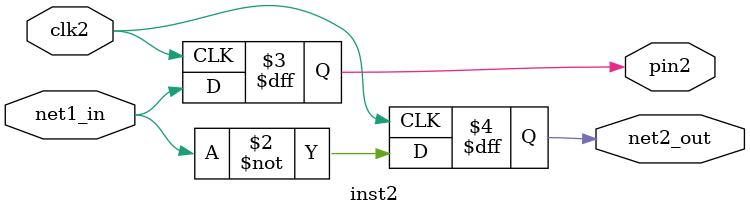
<source format=v>
/*
Command: set_false_path
Description:
    -Disables timing along the path from, through and to objects specified in the command
    -From_objects: clocks, instances, pins, ports
    -Through_objects: instances, pins, nets
    -To_objects: clocks, instances, pins, ports
    
SDC Example:
    set_false_path -from clk1 -to clk2
    set_false_path -from port1 -through u1 -to port2
*/

//Main module
module set_false_path(
    input wire clk1, //From clock
    input wire clk2, //To clock
    input wire port1, 
    output reg port2
);

    //Net definitions
    wire net1, net2;

    //Datapath
    inst1 u1(.clk1(clk1), .pin1(port1), .net2_in(net2), .net1_out(net1));
    inst2 u2(.clk2(clk2), .net1_in(net1), .pin2(port2), .net2_out(net2));

endmodule

module inst1(
    input wire clk1, 
    input wire pin1,
    input wire net2_in,
    output reg net1_out
);
    always @(posedge clk1) begin
        net1_out <= pin1 & net2_in;
    end
endmodule

module inst2(
    input wire clk2,
    input wire net1_in,
    output reg pin2,
    output reg net2_out
);
    always @(posedge clk2) begin
        pin2 <= net1_in;
        net2_out <= ~net1_in;
    end
endmodule
</source>
